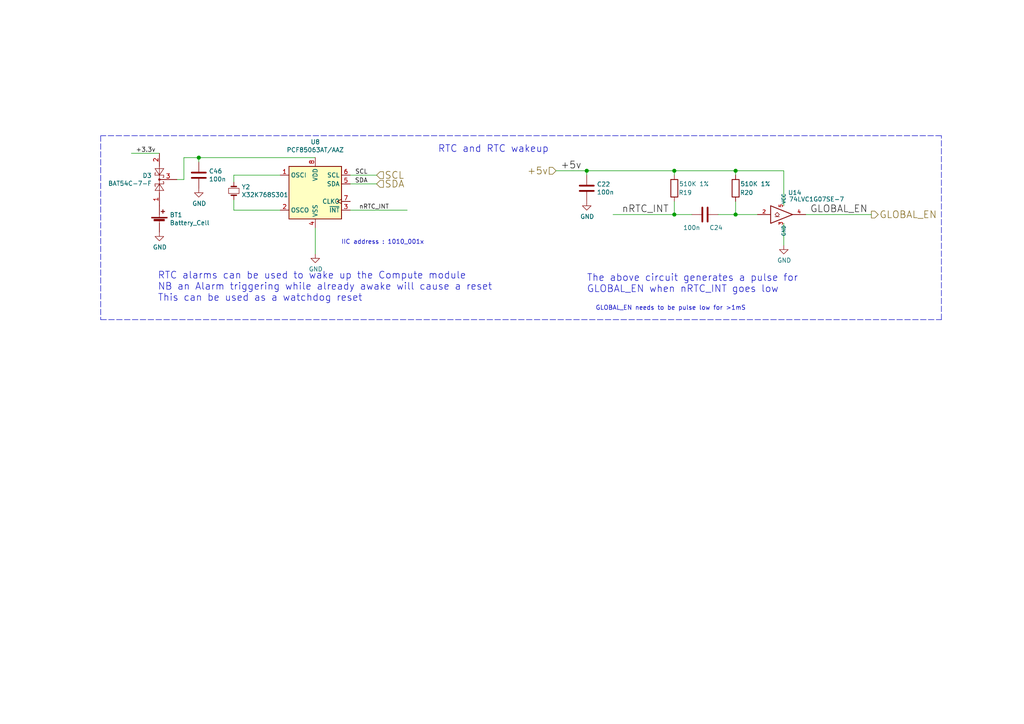
<source format=kicad_sch>
(kicad_sch (version 20211123) (generator eeschema)

  (uuid 92d938cc-f8b1-437d-8914-3d97a0938f67)

  (paper "A4")

  (title_block
    (title "Compute Module 4 IO Board - RTC - FAN")
    (rev "1")
    (company "© 2020-2022 Raspberry Pi Ltd (formerly Raspberry Pi (Trading) Ltd.)")
    (comment 1 "www.raspberrypi.com")
  )

  (lib_symbols
    (symbol "CM4IO:74LVC1G07_copy" (in_bom yes) (on_board yes)
      (property "Reference" "U" (id 0) (at -2.54 3.81 0)
        (effects (font (size 1.27 1.27)))
      )
      (property "Value" "74LVC1G07_copy" (id 1) (at 0 -3.81 0)
        (effects (font (size 1.27 1.27)))
      )
      (property "Footprint" "Package_TO_SOT_SMD:SOT-353_SC-70-5" (id 2) (at 0 0 0)
        (effects (font (size 1.27 1.27)) hide)
      )
      (property "Datasheet" "http://www.ti.com/lit/sg/scyt129e/scyt129e.pdf" (id 3) (at 0 0 0)
        (effects (font (size 1.27 1.27)) hide)
      )
      (property "ki_keywords" "Single Gate Buff LVC CMOS Open Drain" (id 4) (at 0 0 0)
        (effects (font (size 1.27 1.27)) hide)
      )
      (property "ki_description" "Single Buffer Gate w/ Open Drain, Low-Voltage CMOS" (id 5) (at 0 0 0)
        (effects (font (size 1.27 1.27)) hide)
      )
      (property "ki_fp_filters" "SOT* SG-*" (id 6) (at 0 0 0)
        (effects (font (size 1.27 1.27)) hide)
      )
      (symbol "74LVC1G07_copy_0_1"
        (polyline
          (pts
            (xy -2.54 -0.635)
            (xy -1.27 -0.635)
          )
          (stroke (width 0) (type default) (color 0 0 0 0))
          (fill (type none))
        )
        (polyline
          (pts
            (xy -3.81 2.54)
            (xy -3.81 -2.54)
            (xy 2.54 0)
            (xy -3.81 2.54)
          )
          (stroke (width 0.254) (type default) (color 0 0 0 0))
          (fill (type none))
        )
        (polyline
          (pts
            (xy -1.905 0.635)
            (xy -2.54 0)
            (xy -1.905 -0.635)
            (xy -1.27 0)
            (xy -1.905 0.635)
          )
          (stroke (width 0) (type default) (color 0 0 0 0))
          (fill (type none))
        )
      )
      (symbol "74LVC1G07_copy_1_1"
        (pin input line (at -7.62 0 0) (length 3.81)
          (name "~" (effects (font (size 1.016 1.016))))
          (number "2" (effects (font (size 1.016 1.016))))
        )
        (pin power_in line (at 0 -2.54 270) (length 0)
          (name "GND" (effects (font (size 1.016 1.016))))
          (number "3" (effects (font (size 1.016 1.016))))
        )
        (pin open_collector line (at 6.35 0 180) (length 3.81)
          (name "~" (effects (font (size 1.016 1.016))))
          (number "4" (effects (font (size 1.016 1.016))))
        )
        (pin power_in line (at 0 2.54 90) (length 0)
          (name "VCC" (effects (font (size 1.016 1.016))))
          (number "5" (effects (font (size 1.016 1.016))))
        )
      )
    )
    (symbol "Device:Battery_Cell" (pin_numbers hide) (pin_names (offset 0) hide) (in_bom yes) (on_board yes)
      (property "Reference" "BT" (id 0) (at 2.54 2.54 0)
        (effects (font (size 1.27 1.27)) (justify left))
      )
      (property "Value" "Battery_Cell" (id 1) (at 2.54 0 0)
        (effects (font (size 1.27 1.27)) (justify left))
      )
      (property "Footprint" "" (id 2) (at 0 1.524 90)
        (effects (font (size 1.27 1.27)) hide)
      )
      (property "Datasheet" "~" (id 3) (at 0 1.524 90)
        (effects (font (size 1.27 1.27)) hide)
      )
      (property "ki_keywords" "battery cell" (id 4) (at 0 0 0)
        (effects (font (size 1.27 1.27)) hide)
      )
      (property "ki_description" "Single-cell battery" (id 5) (at 0 0 0)
        (effects (font (size 1.27 1.27)) hide)
      )
      (symbol "Battery_Cell_0_1"
        (rectangle (start -2.286 1.778) (end 2.286 1.524)
          (stroke (width 0) (type default) (color 0 0 0 0))
          (fill (type outline))
        )
        (rectangle (start -1.5748 1.1938) (end 1.4732 0.6858)
          (stroke (width 0) (type default) (color 0 0 0 0))
          (fill (type outline))
        )
        (polyline
          (pts
            (xy 0 0.762)
            (xy 0 0)
          )
          (stroke (width 0) (type default) (color 0 0 0 0))
          (fill (type none))
        )
        (polyline
          (pts
            (xy 0 1.778)
            (xy 0 2.54)
          )
          (stroke (width 0) (type default) (color 0 0 0 0))
          (fill (type none))
        )
        (polyline
          (pts
            (xy 0.508 3.429)
            (xy 1.524 3.429)
          )
          (stroke (width 0.254) (type default) (color 0 0 0 0))
          (fill (type none))
        )
        (polyline
          (pts
            (xy 1.016 3.937)
            (xy 1.016 2.921)
          )
          (stroke (width 0.254) (type default) (color 0 0 0 0))
          (fill (type none))
        )
      )
      (symbol "Battery_Cell_1_1"
        (pin passive line (at 0 5.08 270) (length 2.54)
          (name "+" (effects (font (size 1.27 1.27))))
          (number "1" (effects (font (size 1.27 1.27))))
        )
        (pin passive line (at 0 -2.54 90) (length 2.54)
          (name "-" (effects (font (size 1.27 1.27))))
          (number "2" (effects (font (size 1.27 1.27))))
        )
      )
    )
    (symbol "Device:C" (pin_numbers hide) (pin_names (offset 0.254)) (in_bom yes) (on_board yes)
      (property "Reference" "C" (id 0) (at 0.635 2.54 0)
        (effects (font (size 1.27 1.27)) (justify left))
      )
      (property "Value" "C" (id 1) (at 0.635 -2.54 0)
        (effects (font (size 1.27 1.27)) (justify left))
      )
      (property "Footprint" "" (id 2) (at 0.9652 -3.81 0)
        (effects (font (size 1.27 1.27)) hide)
      )
      (property "Datasheet" "~" (id 3) (at 0 0 0)
        (effects (font (size 1.27 1.27)) hide)
      )
      (property "ki_keywords" "cap capacitor" (id 4) (at 0 0 0)
        (effects (font (size 1.27 1.27)) hide)
      )
      (property "ki_description" "Unpolarized capacitor" (id 5) (at 0 0 0)
        (effects (font (size 1.27 1.27)) hide)
      )
      (property "ki_fp_filters" "C_*" (id 6) (at 0 0 0)
        (effects (font (size 1.27 1.27)) hide)
      )
      (symbol "C_0_1"
        (polyline
          (pts
            (xy -2.032 -0.762)
            (xy 2.032 -0.762)
          )
          (stroke (width 0.508) (type default) (color 0 0 0 0))
          (fill (type none))
        )
        (polyline
          (pts
            (xy -2.032 0.762)
            (xy 2.032 0.762)
          )
          (stroke (width 0.508) (type default) (color 0 0 0 0))
          (fill (type none))
        )
      )
      (symbol "C_1_1"
        (pin passive line (at 0 3.81 270) (length 2.794)
          (name "~" (effects (font (size 1.27 1.27))))
          (number "1" (effects (font (size 1.27 1.27))))
        )
        (pin passive line (at 0 -3.81 90) (length 2.794)
          (name "~" (effects (font (size 1.27 1.27))))
          (number "2" (effects (font (size 1.27 1.27))))
        )
      )
    )
    (symbol "Device:Crystal_Small" (pin_numbers hide) (pin_names hide) (in_bom yes) (on_board yes)
      (property "Reference" "Y" (id 0) (at 0 2.54 0)
        (effects (font (size 1.27 1.27)))
      )
      (property "Value" "Crystal_Small" (id 1) (at 0 -2.54 0)
        (effects (font (size 1.27 1.27)))
      )
      (property "Footprint" "" (id 2) (at 0 0 0)
        (effects (font (size 1.27 1.27)) hide)
      )
      (property "Datasheet" "~" (id 3) (at 0 0 0)
        (effects (font (size 1.27 1.27)) hide)
      )
      (property "ki_keywords" "quartz ceramic resonator oscillator" (id 4) (at 0 0 0)
        (effects (font (size 1.27 1.27)) hide)
      )
      (property "ki_description" "Two pin crystal, small symbol" (id 5) (at 0 0 0)
        (effects (font (size 1.27 1.27)) hide)
      )
      (property "ki_fp_filters" "Crystal*" (id 6) (at 0 0 0)
        (effects (font (size 1.27 1.27)) hide)
      )
      (symbol "Crystal_Small_0_1"
        (rectangle (start -0.762 -1.524) (end 0.762 1.524)
          (stroke (width 0) (type default) (color 0 0 0 0))
          (fill (type none))
        )
        (polyline
          (pts
            (xy -1.27 -0.762)
            (xy -1.27 0.762)
          )
          (stroke (width 0.381) (type default) (color 0 0 0 0))
          (fill (type none))
        )
        (polyline
          (pts
            (xy 1.27 -0.762)
            (xy 1.27 0.762)
          )
          (stroke (width 0.381) (type default) (color 0 0 0 0))
          (fill (type none))
        )
      )
      (symbol "Crystal_Small_1_1"
        (pin passive line (at -2.54 0 0) (length 1.27)
          (name "1" (effects (font (size 1.27 1.27))))
          (number "1" (effects (font (size 1.27 1.27))))
        )
        (pin passive line (at 2.54 0 180) (length 1.27)
          (name "2" (effects (font (size 1.27 1.27))))
          (number "2" (effects (font (size 1.27 1.27))))
        )
      )
    )
    (symbol "Device:R" (pin_numbers hide) (pin_names (offset 0)) (in_bom yes) (on_board yes)
      (property "Reference" "R" (id 0) (at 2.032 0 90)
        (effects (font (size 1.27 1.27)))
      )
      (property "Value" "R" (id 1) (at 0 0 90)
        (effects (font (size 1.27 1.27)))
      )
      (property "Footprint" "" (id 2) (at -1.778 0 90)
        (effects (font (size 1.27 1.27)) hide)
      )
      (property "Datasheet" "~" (id 3) (at 0 0 0)
        (effects (font (size 1.27 1.27)) hide)
      )
      (property "ki_keywords" "R res resistor" (id 4) (at 0 0 0)
        (effects (font (size 1.27 1.27)) hide)
      )
      (property "ki_description" "Resistor" (id 5) (at 0 0 0)
        (effects (font (size 1.27 1.27)) hide)
      )
      (property "ki_fp_filters" "R_*" (id 6) (at 0 0 0)
        (effects (font (size 1.27 1.27)) hide)
      )
      (symbol "R_0_1"
        (rectangle (start -1.016 -2.54) (end 1.016 2.54)
          (stroke (width 0.254) (type default) (color 0 0 0 0))
          (fill (type none))
        )
      )
      (symbol "R_1_1"
        (pin passive line (at 0 3.81 270) (length 1.27)
          (name "~" (effects (font (size 1.27 1.27))))
          (number "1" (effects (font (size 1.27 1.27))))
        )
        (pin passive line (at 0 -3.81 90) (length 1.27)
          (name "~" (effects (font (size 1.27 1.27))))
          (number "2" (effects (font (size 1.27 1.27))))
        )
      )
    )
    (symbol "Diode:BAT54C" (in_bom yes) (on_board yes)
      (property "Reference" "D" (id 0) (at 0.635 -3.81 0)
        (effects (font (size 1.27 1.27)) (justify left))
      )
      (property "Value" "BAT54C" (id 1) (at -6.35 3.175 0)
        (effects (font (size 1.27 1.27)) (justify left))
      )
      (property "Footprint" "Package_TO_SOT_SMD:SOT-23" (id 2) (at 1.905 3.175 0)
        (effects (font (size 1.27 1.27)) (justify left) hide)
      )
      (property "Datasheet" "http://www.diodes.com/_files/datasheets/ds11005.pdf" (id 3) (at -2.032 0 0)
        (effects (font (size 1.27 1.27)) hide)
      )
      (property "ki_keywords" "schottky diode common cathode" (id 4) (at 0 0 0)
        (effects (font (size 1.27 1.27)) hide)
      )
      (property "ki_description" "dual schottky barrier diode, common cathode" (id 5) (at 0 0 0)
        (effects (font (size 1.27 1.27)) hide)
      )
      (property "ki_fp_filters" "SOT?23*" (id 6) (at 0 0 0)
        (effects (font (size 1.27 1.27)) hide)
      )
      (symbol "BAT54C_0_1"
        (polyline
          (pts
            (xy -1.905 0)
            (xy 1.905 0)
          )
          (stroke (width 0) (type default) (color 0 0 0 0))
          (fill (type none))
        )
        (polyline
          (pts
            (xy -1.905 1.27)
            (xy -1.905 1.016)
          )
          (stroke (width 0) (type default) (color 0 0 0 0))
          (fill (type none))
        )
        (polyline
          (pts
            (xy -1.27 -1.27)
            (xy -0.635 -1.27)
          )
          (stroke (width 0) (type default) (color 0 0 0 0))
          (fill (type none))
        )
        (polyline
          (pts
            (xy -1.27 0)
            (xy -3.81 0)
          )
          (stroke (width 0) (type default) (color 0 0 0 0))
          (fill (type none))
        )
        (polyline
          (pts
            (xy -1.27 1.27)
            (xy -1.905 1.27)
          )
          (stroke (width 0) (type default) (color 0 0 0 0))
          (fill (type none))
        )
        (polyline
          (pts
            (xy -1.27 1.27)
            (xy -1.27 -1.27)
          )
          (stroke (width 0) (type default) (color 0 0 0 0))
          (fill (type none))
        )
        (polyline
          (pts
            (xy -0.635 -1.27)
            (xy -0.635 -1.016)
          )
          (stroke (width 0) (type default) (color 0 0 0 0))
          (fill (type none))
        )
        (polyline
          (pts
            (xy 0.635 -1.27)
            (xy 0.635 -1.016)
          )
          (stroke (width 0) (type default) (color 0 0 0 0))
          (fill (type none))
        )
        (polyline
          (pts
            (xy 1.27 -1.27)
            (xy 0.635 -1.27)
          )
          (stroke (width 0) (type default) (color 0 0 0 0))
          (fill (type none))
        )
        (polyline
          (pts
            (xy 1.27 1.27)
            (xy 1.27 -1.27)
          )
          (stroke (width 0) (type default) (color 0 0 0 0))
          (fill (type none))
        )
        (polyline
          (pts
            (xy 1.27 1.27)
            (xy 1.905 1.27)
          )
          (stroke (width 0) (type default) (color 0 0 0 0))
          (fill (type none))
        )
        (polyline
          (pts
            (xy 1.905 1.27)
            (xy 1.905 1.016)
          )
          (stroke (width 0) (type default) (color 0 0 0 0))
          (fill (type none))
        )
        (polyline
          (pts
            (xy 3.81 0)
            (xy 1.27 0)
          )
          (stroke (width 0) (type default) (color 0 0 0 0))
          (fill (type none))
        )
        (polyline
          (pts
            (xy -3.175 -1.27)
            (xy -3.175 1.27)
            (xy -1.27 0)
            (xy -3.175 -1.27)
          )
          (stroke (width 0) (type default) (color 0 0 0 0))
          (fill (type none))
        )
        (polyline
          (pts
            (xy 3.175 -1.27)
            (xy 3.175 1.27)
            (xy 1.27 0)
            (xy 3.175 -1.27)
          )
          (stroke (width 0) (type default) (color 0 0 0 0))
          (fill (type none))
        )
        (circle (center 0 0) (radius 0.254)
          (stroke (width 0) (type default) (color 0 0 0 0))
          (fill (type outline))
        )
      )
      (symbol "BAT54C_1_1"
        (pin passive line (at -7.62 0 0) (length 3.81)
          (name "~" (effects (font (size 1.27 1.27))))
          (number "1" (effects (font (size 1.27 1.27))))
        )
        (pin passive line (at 7.62 0 180) (length 3.81)
          (name "~" (effects (font (size 1.27 1.27))))
          (number "2" (effects (font (size 1.27 1.27))))
        )
        (pin passive line (at 0 -5.08 90) (length 5.08)
          (name "~" (effects (font (size 1.27 1.27))))
          (number "3" (effects (font (size 1.27 1.27))))
        )
      )
    )
    (symbol "Timer_RTC:PCF8563T" (in_bom yes) (on_board yes)
      (property "Reference" "U" (id 0) (at -7.62 8.89 0)
        (effects (font (size 1.27 1.27)) (justify left))
      )
      (property "Value" "PCF8563T" (id 1) (at 2.54 8.89 0)
        (effects (font (size 1.27 1.27)) (justify left))
      )
      (property "Footprint" "Package_SO:SOIC-8_3.9x4.9mm_P1.27mm" (id 2) (at 0 0 0)
        (effects (font (size 1.27 1.27)) hide)
      )
      (property "Datasheet" "https://assets.nexperia.com/documents/data-sheet/PCF8563.pdf" (id 3) (at 0 0 0)
        (effects (font (size 1.27 1.27)) hide)
      )
      (property "ki_keywords" "I2C RTC Clock Calendar" (id 4) (at 0 0 0)
        (effects (font (size 1.27 1.27)) hide)
      )
      (property "ki_description" "Realtime Clock/Calendar I2C Interface, SOIC-8" (id 5) (at 0 0 0)
        (effects (font (size 1.27 1.27)) hide)
      )
      (property "ki_fp_filters" "SOIC*3.9x4.9mm*P1.27mm*" (id 6) (at 0 0 0)
        (effects (font (size 1.27 1.27)) hide)
      )
      (symbol "PCF8563T_0_1"
        (rectangle (start -7.62 7.62) (end 7.62 -7.62)
          (stroke (width 0.254) (type default) (color 0 0 0 0))
          (fill (type background))
        )
      )
      (symbol "PCF8563T_1_1"
        (pin input line (at -10.16 5.08 0) (length 2.54)
          (name "OSCI" (effects (font (size 1.27 1.27))))
          (number "1" (effects (font (size 1.27 1.27))))
        )
        (pin output line (at -10.16 -5.08 0) (length 2.54)
          (name "OSCO" (effects (font (size 1.27 1.27))))
          (number "2" (effects (font (size 1.27 1.27))))
        )
        (pin output line (at 10.16 -5.08 180) (length 2.54)
          (name "~{INT}" (effects (font (size 1.27 1.27))))
          (number "3" (effects (font (size 1.27 1.27))))
        )
        (pin power_in line (at 0 -10.16 90) (length 2.54)
          (name "VSS" (effects (font (size 1.27 1.27))))
          (number "4" (effects (font (size 1.27 1.27))))
        )
        (pin bidirectional line (at 10.16 2.54 180) (length 2.54)
          (name "SDA" (effects (font (size 1.27 1.27))))
          (number "5" (effects (font (size 1.27 1.27))))
        )
        (pin input line (at 10.16 5.08 180) (length 2.54)
          (name "SCL" (effects (font (size 1.27 1.27))))
          (number "6" (effects (font (size 1.27 1.27))))
        )
        (pin output clock (at 10.16 -2.54 180) (length 2.54)
          (name "CLKO" (effects (font (size 1.27 1.27))))
          (number "7" (effects (font (size 1.27 1.27))))
        )
        (pin power_in line (at 0 10.16 270) (length 2.54)
          (name "VDD" (effects (font (size 1.27 1.27))))
          (number "8" (effects (font (size 1.27 1.27))))
        )
      )
    )
    (symbol "power:GND" (power) (pin_names (offset 0)) (in_bom yes) (on_board yes)
      (property "Reference" "#PWR" (id 0) (at 0 -6.35 0)
        (effects (font (size 1.27 1.27)) hide)
      )
      (property "Value" "GND" (id 1) (at 0 -3.81 0)
        (effects (font (size 1.27 1.27)))
      )
      (property "Footprint" "" (id 2) (at 0 0 0)
        (effects (font (size 1.27 1.27)) hide)
      )
      (property "Datasheet" "" (id 3) (at 0 0 0)
        (effects (font (size 1.27 1.27)) hide)
      )
      (property "ki_keywords" "power-flag" (id 4) (at 0 0 0)
        (effects (font (size 1.27 1.27)) hide)
      )
      (property "ki_description" "Power symbol creates a global label with name \"GND\" , ground" (id 5) (at 0 0 0)
        (effects (font (size 1.27 1.27)) hide)
      )
      (symbol "GND_0_1"
        (polyline
          (pts
            (xy 0 0)
            (xy 0 -1.27)
            (xy 1.27 -1.27)
            (xy 0 -2.54)
            (xy -1.27 -1.27)
            (xy 0 -1.27)
          )
          (stroke (width 0) (type default) (color 0 0 0 0))
          (fill (type none))
        )
      )
      (symbol "GND_1_1"
        (pin power_in line (at 0 0 270) (length 0) hide
          (name "GND" (effects (font (size 1.27 1.27))))
          (number "1" (effects (font (size 1.27 1.27))))
        )
      )
    )
  )

  (junction (at 170.18 49.53) (diameter 1.016) (color 0 0 0 0)
    (uuid 19264aae-fe9e-4afc-84ac-56ec33a3b20d)
  )
  (junction (at 213.36 62.23) (diameter 1.016) (color 0 0 0 0)
    (uuid 1a734ace-0cd0-489a-9380-915322ff12bd)
  )
  (junction (at 195.58 62.23) (diameter 1.016) (color 0 0 0 0)
    (uuid 4d6dfe4f-0070-449e-bb5c-a3b1d4b26ba7)
  )
  (junction (at 195.58 49.53) (diameter 1.016) (color 0 0 0 0)
    (uuid 7e232027-e1fd-4d55-a751-dd67130d7d22)
  )
  (junction (at 213.36 49.53) (diameter 1.016) (color 0 0 0 0)
    (uuid c11e04e4-f63f-46b9-9a9c-9c7df49e614a)
  )
  (junction (at 57.658 45.72) (diameter 1.016) (color 0 0 0 0)
    (uuid e463ba2a-1cbc-4995-82d8-59710b3fcd2f)
  )

  (wire (pts (xy 213.36 62.23) (xy 213.36 58.42))
    (stroke (width 0) (type solid) (color 0 0 0 0))
    (uuid 02b1295e-cf95-47ff-9c57-f8ada28f2e94)
  )
  (wire (pts (xy 67.818 50.8) (xy 81.28 50.8))
    (stroke (width 0) (type solid) (color 0 0 0 0))
    (uuid 08ac4c42-16f0-4513-b91e-bf0b3a111257)
  )
  (wire (pts (xy 57.658 45.72) (xy 91.44 45.72))
    (stroke (width 0) (type solid) (color 0 0 0 0))
    (uuid 09ab0b5c-3dee-42c8-b9e5-de0673874ccd)
  )
  (wire (pts (xy 91.44 66.04) (xy 91.44 73.66))
    (stroke (width 0) (type solid) (color 0 0 0 0))
    (uuid 133d5403-9be3-4603-824b-d3b76147e745)
  )
  (wire (pts (xy 195.58 49.53) (xy 195.58 50.8))
    (stroke (width 0) (type solid) (color 0 0 0 0))
    (uuid 25247d0c-5910-484b-9651-5750d422a450)
  )
  (wire (pts (xy 53.34 45.72) (xy 57.658 45.72))
    (stroke (width 0) (type solid) (color 0 0 0 0))
    (uuid 2b7c4f37-42c0-4571-a44b-b808484d3d74)
  )
  (wire (pts (xy 57.658 45.72) (xy 57.658 47.0154))
    (stroke (width 0) (type solid) (color 0 0 0 0))
    (uuid 35431843-170f-401f-88d7-da91172bed86)
  )
  (wire (pts (xy 195.58 62.23) (xy 200.66 62.23))
    (stroke (width 0) (type solid) (color 0 0 0 0))
    (uuid 4aee84d1-0859-48ac-a053-5a981ee1b24a)
  )
  (wire (pts (xy 51.308 52.07) (xy 53.34 52.07))
    (stroke (width 0) (type solid) (color 0 0 0 0))
    (uuid 4c717b47-484c-4d70-8fcd-83c406ff2d17)
  )
  (polyline (pts (xy 29.21 39.37) (xy 29.21 92.71))
    (stroke (width 0) (type dash) (color 0 0 0 0))
    (uuid 4d55ddc7-73be-49f7-98ea-a0ba474cbdb0)
  )

  (wire (pts (xy 67.818 60.96) (xy 67.818 57.912))
    (stroke (width 0) (type solid) (color 0 0 0 0))
    (uuid 4fc3183f-297c-42b7-b3bd-25a9ea18c844)
  )
  (wire (pts (xy 195.58 62.23) (xy 195.58 58.42))
    (stroke (width 0) (type solid) (color 0 0 0 0))
    (uuid 5fc4054a-b929-433e-a947-747fb7ed003d)
  )
  (wire (pts (xy 213.36 49.53) (xy 227.33 49.53))
    (stroke (width 0) (type solid) (color 0 0 0 0))
    (uuid 617edc57-1dbf-4296-b365-6d76f68a1c0f)
  )
  (wire (pts (xy 227.33 49.53) (xy 227.33 59.69))
    (stroke (width 0) (type solid) (color 0 0 0 0))
    (uuid 62a1b97d-067d-487c-835b-0166330d25fe)
  )
  (wire (pts (xy 213.36 62.23) (xy 219.71 62.23))
    (stroke (width 0) (type solid) (color 0 0 0 0))
    (uuid 69f75991-c8c0-49a9-aed8-daa6ca9a5d73)
  )
  (wire (pts (xy 161.29 49.53) (xy 170.18 49.53))
    (stroke (width 0) (type solid) (color 0 0 0 0))
    (uuid 6ae901e7-3f37-4fdc-9fbb-f82666744826)
  )
  (wire (pts (xy 109.22 50.8) (xy 101.6 50.8))
    (stroke (width 0) (type solid) (color 0 0 0 0))
    (uuid 6f78c1fb-f693-4737-b750-74e50c35a564)
  )
  (wire (pts (xy 53.34 52.07) (xy 53.34 45.72))
    (stroke (width 0) (type solid) (color 0 0 0 0))
    (uuid 6fddc16f-ccc1-4ade-884c-d6efda461da8)
  )
  (wire (pts (xy 208.28 62.23) (xy 213.36 62.23))
    (stroke (width 0) (type solid) (color 0 0 0 0))
    (uuid 811f5389-c208-4640-ab1a-b454491bb330)
  )
  (wire (pts (xy 38.1 44.45) (xy 46.228 44.45))
    (stroke (width 0) (type solid) (color 0 0 0 0))
    (uuid 85d211d4-76e7-4e49-a9c8-2e1cc8ab5805)
  )
  (wire (pts (xy 177.8 62.23) (xy 195.58 62.23))
    (stroke (width 0) (type solid) (color 0 0 0 0))
    (uuid 92ec60c8-e914-4456-8d37-4b88fc0eb9c6)
  )
  (wire (pts (xy 81.28 60.96) (xy 67.818 60.96))
    (stroke (width 0) (type solid) (color 0 0 0 0))
    (uuid 9b315454-a4a0-4952-bdbe-d4a8e96c16f9)
  )
  (wire (pts (xy 233.68 62.23) (xy 252.73 62.23))
    (stroke (width 0) (type solid) (color 0 0 0 0))
    (uuid ae293969-fa6d-4cb1-9969-16f8784d07e3)
  )
  (wire (pts (xy 195.58 49.53) (xy 213.36 49.53))
    (stroke (width 0) (type solid) (color 0 0 0 0))
    (uuid b6f041a4-3ea0-418b-94a2-50c938beafa2)
  )
  (wire (pts (xy 170.18 49.53) (xy 195.58 49.53))
    (stroke (width 0) (type solid) (color 0 0 0 0))
    (uuid b7ed4c31-5417-4fb5-9261-7dca42c1c776)
  )
  (wire (pts (xy 170.18 50.8) (xy 170.18 49.53))
    (stroke (width 0) (type solid) (color 0 0 0 0))
    (uuid bb5e8a0f-2ed5-4c2a-91b7-cb63c4c66e15)
  )
  (wire (pts (xy 227.33 64.77) (xy 227.33 71.12))
    (stroke (width 0) (type solid) (color 0 0 0 0))
    (uuid bb673c7a-d2b0-45b0-bfe2-0b113c092a77)
  )
  (wire (pts (xy 109.22 53.34) (xy 101.6 53.34))
    (stroke (width 0) (type solid) (color 0 0 0 0))
    (uuid bbb99edd-f016-43ea-b1c7-0bcdd1915ee8)
  )
  (wire (pts (xy 213.36 49.53) (xy 213.36 50.8))
    (stroke (width 0) (type solid) (color 0 0 0 0))
    (uuid d4876469-b949-49ce-b8fe-43cb458692a4)
  )
  (polyline (pts (xy 29.21 92.71) (xy 273.05 92.71))
    (stroke (width 0) (type dash) (color 0 0 0 0))
    (uuid d9ad01c4-9416-4b1f-8447-afc1d446fa8a)
  )

  (wire (pts (xy 101.6 60.96) (xy 118.11 60.96))
    (stroke (width 0) (type solid) (color 0 0 0 0))
    (uuid de5c2064-b9e1-4057-a8cc-9308019ef4d3)
  )
  (wire (pts (xy 67.818 50.8) (xy 67.818 52.832))
    (stroke (width 0) (type solid) (color 0 0 0 0))
    (uuid e0781b80-6f1b-4d08-b53f-b7d3f582e2ea)
  )
  (polyline (pts (xy 273.05 92.71) (xy 273.05 39.37))
    (stroke (width 0) (type dash) (color 0 0 0 0))
    (uuid f205e125-3760-485b-b76a-dc2502dc5679)
  )
  (polyline (pts (xy 273.05 39.37) (xy 29.21 39.37))
    (stroke (width 0) (type dash) (color 0 0 0 0))
    (uuid f60d71f9-9a8e-4a62-960d-f7b9664aea76)
  )

  (text "RTC alarms can be used to wake up the Compute module\nNB an Alarm triggering while already awake will cause a reset \nThis can be used as a watchdog reset "
    (at 45.72 87.63 0)
    (effects (font (size 2.0066 2.0066)) (justify left bottom))
    (uuid 245a6fb4-6361-4438-82ca-8861d43ca7f5)
  )
  (text "RTC and RTC wakeup" (at 127 44.45 0)
    (effects (font (size 2.0066 2.0066)) (justify left bottom))
    (uuid 296ded40-ed53-4798-8db4-dad7b794226b)
  )
  (text "IIC address : 1010_001x" (at 98.9838 71.0438 0)
    (effects (font (size 1.27 1.27)) (justify left bottom))
    (uuid 49b38f13-9789-4c6d-bbd5-2c69a9e19e69)
  )
  (text "GLOBAL_EN needs to be pulse low for >1mS" (at 172.72 90.17 0)
    (effects (font (size 1.27 1.27)) (justify left bottom))
    (uuid 61fae217-e18a-4e68-8630-42cc06a8ba2f)
  )
  (text "The above circuit generates a pulse for\nGLOBAL_EN when nRTC_INT goes low"
    (at 170.18 85.09 0)
    (effects (font (size 2.0066 2.0066)) (justify left bottom))
    (uuid cce1404b-fc30-47cc-b852-e0061990f2bb)
  )

  (label "+5v" (at 162.56 49.53 0)
    (effects (font (size 2.0066 2.0066)) (justify left bottom))
    (uuid 15e1670d-9e79-4a5e-88ad-fbbb238a3e8a)
  )
  (label "SDA" (at 106.68 53.34 180)
    (effects (font (size 1.27 1.27)) (justify right bottom))
    (uuid 45676199-bb82-4d58-98c1-b606deb355be)
  )
  (label "SCL" (at 106.68 50.8 180)
    (effects (font (size 1.27 1.27)) (justify right bottom))
    (uuid 55ac7ee1-f461-406b-8cf5-da47a7717180)
  )
  (label "GLOBAL_EN" (at 234.95 62.23 0)
    (effects (font (size 2.0066 2.0066)) (justify left bottom))
    (uuid 76862e4a-1816-475c-9943-666036c637f7)
  )
  (label "nRTC_INT" (at 104.14 60.96 0)
    (effects (font (size 1.27 1.27)) (justify left bottom))
    (uuid 7c3df708-fb44-40cc-b435-cd67e8cec48a)
  )
  (label "nRTC_INT" (at 180.34 62.23 0)
    (effects (font (size 2.0066 2.0066)) (justify left bottom))
    (uuid ad09de7f-a090-4e65-951a-7cf11f73b06d)
  )
  (label "+3.3v" (at 39.37 44.45 0)
    (effects (font (size 1.27 1.27)) (justify left bottom))
    (uuid f364b99f-4502-4cba-a96d-4ed35ad108b5)
  )

  (hierarchical_label "+5v" (shape input) (at 161.29 49.53 180)
    (effects (font (size 2.0066 2.0066)) (justify right))
    (uuid 567a04d6-5dce-4e5f-9e8e-f34010ecea5b)
  )
  (hierarchical_label "SCL" (shape input) (at 109.22 50.8 0)
    (effects (font (size 2.0066 2.0066)) (justify left))
    (uuid ec13b96e-bc69-4de2-80ef-a515cc44afb5)
  )
  (hierarchical_label "SDA" (shape input) (at 109.22 53.34 0)
    (effects (font (size 2.0066 2.0066)) (justify left))
    (uuid f11a78b7-152e-46cf-81d1-bc8194db05a9)
  )
  (hierarchical_label "GLOBAL_EN" (shape output) (at 252.73 62.23 0)
    (effects (font (size 2.0066 2.0066)) (justify left))
    (uuid f413d088-6fb9-4a8a-88fd-666ff68b7fdf)
  )

  (symbol (lib_id "power:GND") (at 91.44 73.66 0) (unit 1)
    (in_bom yes) (on_board yes)
    (uuid 00000000-0000-0000-0000-00005d30bf83)
    (property "Reference" "#PWR028" (id 0) (at 91.44 80.01 0)
      (effects (font (size 1.27 1.27)) hide)
    )
    (property "Value" "GND" (id 1) (at 91.567 78.0542 0))
    (property "Footprint" "" (id 2) (at 91.44 73.66 0)
      (effects (font (size 1.27 1.27)) hide)
    )
    (property "Datasheet" "" (id 3) (at 91.44 73.66 0)
      (effects (font (size 1.27 1.27)) hide)
    )
    (pin "1" (uuid 669e2f76-dce7-4b88-b383-d3587e6cc0cc))
  )

  (symbol (lib_id "Device:Battery_Cell") (at 46.228 64.77 0) (unit 1)
    (in_bom yes) (on_board yes)
    (uuid 00000000-0000-0000-0000-00005d313a99)
    (property "Reference" "BT1" (id 0) (at 49.2252 62.3316 0)
      (effects (font (size 1.27 1.27)) (justify left))
    )
    (property "Value" "Battery_Cell" (id 1) (at 49.2252 64.643 0)
      (effects (font (size 1.27 1.27)) (justify left))
    )
    (property "Footprint" "Battery:BatteryHolder_Keystone_3034_1x20mm" (id 2) (at 46.228 63.246 90)
      (effects (font (size 1.27 1.27)) hide)
    )
    (property "Datasheet" "https://www.keyelco.com/userAssets/file/M65p9.pdf" (id 3) (at 46.228 63.246 90)
      (effects (font (size 1.27 1.27)) hide)
    )
    (property "Field4" "Digikey" (id 4) (at 46.228 64.77 0)
      (effects (font (size 1.27 1.27)) hide)
    )
    (property "Field5" "36-3034-ND" (id 5) (at 46.228 64.77 0)
      (effects (font (size 1.27 1.27)) hide)
    )
    (property "Field6" "3034" (id 6) (at 46.228 64.77 0)
      (effects (font (size 1.27 1.27)) hide)
    )
    (property "Field7" "Keystone" (id 7) (at 46.228 64.77 0)
      (effects (font (size 1.27 1.27)) hide)
    )
    (property "Part Description" "	Battery Retainer Coin, 20.0mm 1 Cell SMD (SMT) Tab" (id 8) (at 46.228 64.77 0)
      (effects (font (size 1.27 1.27)) hide)
    )
    (pin "1" (uuid f9e60890-c09c-4221-9409-43a2ec4885e8))
    (pin "2" (uuid 42b7a68a-3837-4773-af68-a35059da48c3))
  )

  (symbol (lib_id "power:GND") (at 46.228 67.31 0) (unit 1)
    (in_bom yes) (on_board yes)
    (uuid 00000000-0000-0000-0000-00005d313aa3)
    (property "Reference" "#PWR030" (id 0) (at 46.228 73.66 0)
      (effects (font (size 1.27 1.27)) hide)
    )
    (property "Value" "GND" (id 1) (at 46.355 71.7042 0))
    (property "Footprint" "" (id 2) (at 46.228 67.31 0)
      (effects (font (size 1.27 1.27)) hide)
    )
    (property "Datasheet" "" (id 3) (at 46.228 67.31 0)
      (effects (font (size 1.27 1.27)) hide)
    )
    (pin "1" (uuid 6428332e-b689-4aa8-86bb-3bee31b6f177))
  )

  (symbol (lib_id "CM4IO:74LVC1G07_copy") (at 227.33 62.23 0) (unit 1)
    (in_bom yes) (on_board yes)
    (uuid 00000000-0000-0000-0000-00005e366722)
    (property "Reference" "U14" (id 0) (at 230.505 55.88 0))
    (property "Value" "74LVC1G07SE-7" (id 1) (at 236.855 57.785 0))
    (property "Footprint" "Package_TO_SOT_SMD:SOT-353_SC-70-5" (id 2) (at 227.33 62.23 0)
      (effects (font (size 1.27 1.27)) hide)
    )
    (property "Datasheet" "https://www.diodes.com/assets/Datasheets/74LVC1G07.pdf" (id 3) (at 227.33 62.23 0)
      (effects (font (size 1.27 1.27)) hide)
    )
    (property "Field4" "Farnell" (id 4) (at 227.33 62.23 0)
      (effects (font (size 1.27 1.27)) hide)
    )
    (property "Field5" "2425492" (id 5) (at 227.33 62.23 0)
      (effects (font (size 1.27 1.27)) hide)
    )
    (property "Field6" "74LVC1G07SE-7" (id 6) (at 227.33 62.23 0)
      (effects (font (size 1.27 1.27)) hide)
    )
    (property "Field7" "Diodes" (id 7) (at 227.33 62.23 0)
      (effects (font (size 1.27 1.27)) hide)
    )
    (property "Part Description" "Buffer, Non-Inverting 1 Element 1 Bit per Element Open Drain Output SOT-353" (id 8) (at 227.33 62.23 0)
      (effects (font (size 1.27 1.27)) hide)
    )
    (pin "2" (uuid afc1392c-4488-4251-8167-de520abba754))
    (pin "3" (uuid 248d15cd-dd0c-425d-94cb-b44ccf865457))
    (pin "4" (uuid 42688fc6-3e24-4a56-9963-828da46dcdfb))
    (pin "5" (uuid c546008e-7661-419e-94b3-0bbb9fd14ec8))
  )

  (symbol (lib_id "Device:R") (at 195.58 54.61 180) (unit 1)
    (in_bom yes) (on_board yes)
    (uuid 00000000-0000-0000-0000-00005e37126a)
    (property "Reference" "R19" (id 0) (at 198.755 55.88 0))
    (property "Value" "510K 1%" (id 1) (at 201.295 53.34 0))
    (property "Footprint" "Resistor_SMD:R_0402_1005Metric" (id 2) (at 197.358 54.61 90)
      (effects (font (size 1.27 1.27)) hide)
    )
    (property "Datasheet" "https://fscdn.rohm.com/en/products/databook/datasheet/passive/resistor/chip_resistor/mcr-e.pdf" (id 3) (at 195.58 54.61 0)
      (effects (font (size 1.27 1.27)) hide)
    )
    (property "Field4" "Farnell" (id 4) (at 195.58 54.61 0)
      (effects (font (size 1.27 1.27)) hide)
    )
    (property "Field5" "1458807" (id 5) (at 195.58 54.61 0)
      (effects (font (size 1.27 1.27)) hide)
    )
    (property "Field7" "Rohm" (id 6) (at 195.58 54.61 0)
      (effects (font (size 1.27 1.27)) hide)
    )
    (property "Field6" "MCR01MZPF5103" (id 7) (at 195.58 54.61 0)
      (effects (font (size 1.27 1.27)) hide)
    )
    (property "Part Description" "Resistor 510K M1005 1% 63mW" (id 8) (at 195.58 54.61 0)
      (effects (font (size 1.27 1.27)) hide)
    )
    (pin "1" (uuid 172b515f-13aa-42a2-b6ac-db67c2e524e7))
    (pin "2" (uuid a5c35670-98af-44c6-a3f4-bbad7ffecfd3))
  )

  (symbol (lib_id "Device:R") (at 213.36 54.61 180) (unit 1)
    (in_bom yes) (on_board yes)
    (uuid 00000000-0000-0000-0000-00005e37178d)
    (property "Reference" "R20" (id 0) (at 216.535 55.88 0))
    (property "Value" "510K 1%" (id 1) (at 219.075 53.34 0))
    (property "Footprint" "Resistor_SMD:R_0402_1005Metric" (id 2) (at 215.138 54.61 90)
      (effects (font (size 1.27 1.27)) hide)
    )
    (property "Datasheet" "https://fscdn.rohm.com/en/products/databook/datasheet/passive/resistor/chip_resistor/mcr-e.pdf" (id 3) (at 213.36 54.61 0)
      (effects (font (size 1.27 1.27)) hide)
    )
    (property "Field4" "Farnell" (id 4) (at 213.36 54.61 0)
      (effects (font (size 1.27 1.27)) hide)
    )
    (property "Field5" "1458807" (id 5) (at 213.36 54.61 0)
      (effects (font (size 1.27 1.27)) hide)
    )
    (property "Field7" "Rohm" (id 6) (at 213.36 54.61 0)
      (effects (font (size 1.27 1.27)) hide)
    )
    (property "Field6" "MCR01MZPF5103" (id 7) (at 213.36 54.61 0)
      (effects (font (size 1.27 1.27)) hide)
    )
    (property "Part Description" "Resistor 510K M1005 1% 63mW" (id 8) (at 213.36 54.61 0)
      (effects (font (size 1.27 1.27)) hide)
    )
    (pin "1" (uuid 67320774-1745-4c89-bec7-2213f7bb7ecc))
    (pin "2" (uuid cab0d0a9-e089-4f0b-8483-22b4e0addcae))
  )

  (symbol (lib_id "Device:C") (at 170.18 54.61 0) (unit 1)
    (in_bom yes) (on_board yes)
    (uuid 00000000-0000-0000-0000-00005e37f6d4)
    (property "Reference" "C22" (id 0) (at 173.101 53.4416 0)
      (effects (font (size 1.27 1.27)) (justify left))
    )
    (property "Value" "100n" (id 1) (at 173.101 55.753 0)
      (effects (font (size 1.27 1.27)) (justify left))
    )
    (property "Footprint" "Capacitor_SMD:C_0402_1005Metric" (id 2) (at 171.1452 58.42 0)
      (effects (font (size 1.27 1.27)) hide)
    )
    (property "Datasheet" "https://search.murata.co.jp/Ceramy/image/img/A01X/G101/ENG/GRM155R71C104KA88-01.pdf" (id 3) (at 170.18 54.61 0)
      (effects (font (size 1.27 1.27)) hide)
    )
    (property "Field4" "Farnell" (id 4) (at 170.18 54.61 0)
      (effects (font (size 1.27 1.27)) hide)
    )
    (property "Field5" "2611911" (id 5) (at 170.18 54.61 0)
      (effects (font (size 1.27 1.27)) hide)
    )
    (property "Field6" "RM EMK105 B7104KV-F" (id 6) (at 170.18 54.61 0)
      (effects (font (size 1.27 1.27)) hide)
    )
    (property "Field7" "TAIYO YUDEN EUROPE GMBH" (id 7) (at 170.18 54.61 0)
      (effects (font (size 1.27 1.27)) hide)
    )
    (property "Part Description" "	0.1uF 10% 16V Ceramic Capacitor X7R 0402 (1005 Metric)" (id 8) (at 170.18 54.61 0)
      (effects (font (size 1.27 1.27)) hide)
    )
    (property "Field8" "110091611" (id 9) (at 170.18 54.61 0)
      (effects (font (size 1.27 1.27)) hide)
    )
    (pin "1" (uuid ffde4898-4c0e-4c24-bd8c-aadcd7279172))
    (pin "2" (uuid 5aa0e472-160b-49ac-864f-0fa7cd9cf9b0))
  )

  (symbol (lib_id "Device:C") (at 204.47 62.23 270) (unit 1)
    (in_bom yes) (on_board yes)
    (uuid 00000000-0000-0000-0000-00005e37f943)
    (property "Reference" "C24" (id 0) (at 205.74 66.04 90)
      (effects (font (size 1.27 1.27)) (justify left))
    )
    (property "Value" "100n" (id 1) (at 198.12 66.04 90)
      (effects (font (size 1.27 1.27)) (justify left))
    )
    (property "Footprint" "Capacitor_SMD:C_0402_1005Metric" (id 2) (at 200.66 63.1952 0)
      (effects (font (size 1.27 1.27)) hide)
    )
    (property "Datasheet" "https://search.murata.co.jp/Ceramy/image/img/A01X/G101/ENG/GRM155R71C104KA88-01.pdf" (id 3) (at 204.47 62.23 0)
      (effects (font (size 1.27 1.27)) hide)
    )
    (property "Field4" "Farnell" (id 4) (at 204.47 62.23 0)
      (effects (font (size 1.27 1.27)) hide)
    )
    (property "Field5" "2611911" (id 5) (at 204.47 62.23 0)
      (effects (font (size 1.27 1.27)) hide)
    )
    (property "Field6" "RM EMK105 B7104KV-F" (id 6) (at 204.47 62.23 0)
      (effects (font (size 1.27 1.27)) hide)
    )
    (property "Field7" "TAIYO YUDEN EUROPE GMBH" (id 7) (at 204.47 62.23 0)
      (effects (font (size 1.27 1.27)) hide)
    )
    (property "Part Description" "	0.1uF 10% 16V Ceramic Capacitor X7R 0402 (1005 Metric)" (id 8) (at 204.47 62.23 0)
      (effects (font (size 1.27 1.27)) hide)
    )
    (property "Field8" "110091611" (id 9) (at 204.47 62.23 0)
      (effects (font (size 1.27 1.27)) hide)
    )
    (pin "1" (uuid a26bc030-7d8a-4b19-aa84-9206cc0de2b0))
    (pin "2" (uuid d66c8b0e-b6b3-43ea-8c6d-9724edcc57d6))
  )

  (symbol (lib_id "power:GND") (at 227.33 71.12 0) (unit 1)
    (in_bom yes) (on_board yes)
    (uuid 00000000-0000-0000-0000-00005e382746)
    (property "Reference" "#PWR034" (id 0) (at 227.33 77.47 0)
      (effects (font (size 1.27 1.27)) hide)
    )
    (property "Value" "GND" (id 1) (at 227.457 75.5142 0))
    (property "Footprint" "" (id 2) (at 227.33 71.12 0)
      (effects (font (size 1.27 1.27)) hide)
    )
    (property "Datasheet" "" (id 3) (at 227.33 71.12 0)
      (effects (font (size 1.27 1.27)) hide)
    )
    (pin "1" (uuid b79d8d99-88b5-4d84-a010-b6d768d67ec8))
  )

  (symbol (lib_id "power:GND") (at 170.18 58.42 0) (unit 1)
    (in_bom yes) (on_board yes)
    (uuid 00000000-0000-0000-0000-00005e3893ce)
    (property "Reference" "#PWR031" (id 0) (at 170.18 64.77 0)
      (effects (font (size 1.27 1.27)) hide)
    )
    (property "Value" "GND" (id 1) (at 170.307 62.8142 0))
    (property "Footprint" "" (id 2) (at 170.18 58.42 0)
      (effects (font (size 1.27 1.27)) hide)
    )
    (property "Datasheet" "" (id 3) (at 170.18 58.42 0)
      (effects (font (size 1.27 1.27)) hide)
    )
    (pin "1" (uuid f630bdcd-b048-45d2-91a0-928349b89dad))
  )

  (symbol (lib_id "Timer_RTC:PCF8563T") (at 91.44 55.88 0) (unit 1)
    (in_bom yes) (on_board yes)
    (uuid 00000000-0000-0000-0000-00005e8dc781)
    (property "Reference" "U8" (id 0) (at 91.44 41.1734 0))
    (property "Value" "PCF85063AT/AAZ" (id 1) (at 91.44 43.4848 0))
    (property "Footprint" "Package_SO:SOIC-8_3.9x4.9mm_P1.27mm" (id 2) (at 91.44 55.88 0)
      (effects (font (size 1.27 1.27)) hide)
    )
    (property "Datasheet" "https://www.nxp.com/docs/en/data-sheet/PCF85063A.pdf" (id 3) (at 91.44 55.88 0)
      (effects (font (size 1.27 1.27)) hide)
    )
    (property "Field4" "Farnell" (id 4) (at 91.44 55.88 0)
      (effects (font (size 1.27 1.27)) hide)
    )
    (property "Field5" "2890042" (id 5) (at 91.44 55.88 0)
      (effects (font (size 1.27 1.27)) hide)
    )
    (property "Field7" "NXP" (id 6) (at 91.44 55.88 0)
      (effects (font (size 1.27 1.27)) hide)
    )
    (property "Field6" "PCF85063AT/AAZ" (id 7) (at 91.44 55.88 0)
      (effects (font (size 1.27 1.27)) hide)
    )
    (property "Part Description" "Real Time Clock (RTC) IC Clock/Calendar I²C, 2-Wire Serial 8-SOIC (0.154\", 3.90mm Width)" (id 8) (at 91.44 55.88 0)
      (effects (font (size 1.27 1.27)) hide)
    )
    (pin "1" (uuid 43f4cf53-1dc5-4426-bbd2-fabe9c3d45ec))
    (pin "2" (uuid 6ceb10bf-4340-4309-8250-882c2b60a70e))
    (pin "3" (uuid 946a171e-cd55-473d-bab9-8d2c7c34161c))
    (pin "4" (uuid 00e39da0-4b3e-4884-a91e-86d729914953))
    (pin "5" (uuid 25ca9482-069d-43de-b77e-6f2ad77fa017))
    (pin "6" (uuid 18b6dcb6-5ab3-481b-b998-33e8cf6d281f))
    (pin "7" (uuid fa16f237-4e21-4b18-8c54-f7de4e62bbb6))
    (pin "8" (uuid 7be13a36-eb8e-440f-aaac-2fd6665d9f61))
  )

  (symbol (lib_id "Device:Crystal_Small") (at 67.818 55.372 90) (unit 1)
    (in_bom yes) (on_board yes)
    (uuid 00000000-0000-0000-0000-00005e8e1392)
    (property "Reference" "Y2" (id 0) (at 70.0532 54.229 90)
      (effects (font (size 1.27 1.27)) (justify right))
    )
    (property "Value" "X32K768S301" (id 1) (at 70.0532 56.515 90)
      (effects (font (size 1.27 1.27)) (justify right))
    )
    (property "Footprint" "Crystal:Crystal_SMD_3215-2Pin_3.2x1.5mm" (id 2) (at 67.818 55.372 0)
      (effects (font (size 1.27 1.27)) hide)
    )
    (property "Datasheet" "~" (id 3) (at 67.818 55.372 0)
      (effects (font (size 1.27 1.27)) hide)
    )
    (property "Field6" "X32K768S301" (id 4) (at 67.818 55.372 0)
      (effects (font (size 1.27 1.27)) hide)
    )
    (property "Field7" "AEL" (id 5) (at 67.818 55.372 0)
      (effects (font (size 1.27 1.27)) hide)
    )
    (property "Part Description" "Crystal 32.768KHz 7pF 20pmm" (id 6) (at 67.818 55.372 0)
      (effects (font (size 1.27 1.27)) hide)
    )
    (pin "1" (uuid 30cf5573-2ac5-4d4b-8678-7fcebe2bcd36))
    (pin "2" (uuid 1ec648ca-df29-4910-86ed-6f48e345dbdb))
  )

  (symbol (lib_id "Diode:BAT54C") (at 46.228 52.07 90) (unit 1)
    (in_bom yes) (on_board yes)
    (uuid 00000000-0000-0000-0000-00005e8f3ded)
    (property "Reference" "D3" (id 0) (at 44.0182 50.927 90)
      (effects (font (size 1.27 1.27)) (justify left))
    )
    (property "Value" "BAT54C-7-F" (id 1) (at 44.0182 53.213 90)
      (effects (font (size 1.27 1.27)) (justify left))
    )
    (property "Footprint" "Package_TO_SOT_SMD:SOT-23" (id 2) (at 43.053 50.165 0)
      (effects (font (size 1.27 1.27)) (justify left) hide)
    )
    (property "Datasheet" "http://www.farnell.com/datasheets/2861240.pdf?_ga=2.129831176.54358802.1587372871-1787849031.1568210898&_gac=1.175311126.1587399424.EAIaIQobChMInOvF07P36AIVw7HtCh0NWwCeEAAYAyAAEgI0YfD_BwE" (id 3) (at 46.228 54.102 0)
      (effects (font (size 1.27 1.27)) hide)
    )
    (property "Field4" "Farnell" (id 4) (at 46.228 52.07 0)
      (effects (font (size 1.27 1.27)) hide)
    )
    (property "Field5" "2306010" (id 5) (at 46.228 52.07 0)
      (effects (font (size 1.27 1.27)) hide)
    )
    (property "Field6" "BAT54C-7-F" (id 6) (at 46.228 52.07 0)
      (effects (font (size 1.27 1.27)) hide)
    )
    (property "Field7" "Rohm" (id 7) (at 46.228 52.07 0)
      (effects (font (size 1.27 1.27)) hide)
    )
    (property "Part Description" "Diode Array 1 Pair Common Cathode Schottky 30V 200mA (DC) Surface Mount TO-236-3, SC-59, SOT-23-3" (id 8) (at 46.228 52.07 0)
      (effects (font (size 1.27 1.27)) hide)
    )
    (pin "1" (uuid 2ff15691-c9f8-4e08-a694-3230522780fc))
    (pin "2" (uuid 098afe52-27f0-4ec0-bf39-4eb766d2a851))
    (pin "3" (uuid 7cbc8c8d-fbc1-4902-ac93-6c241131aada))
  )

  (symbol (lib_id "power:GND") (at 57.658 54.6354 0) (unit 1)
    (in_bom yes) (on_board yes)
    (uuid d246da2f-475c-405e-9593-d9ba8ff6c310)
    (property "Reference" "#PWR03" (id 0) (at 57.658 60.9854 0)
      (effects (font (size 1.27 1.27)) hide)
    )
    (property "Value" "GND" (id 1) (at 57.785 59.0296 0))
    (property "Footprint" "" (id 2) (at 57.658 54.6354 0)
      (effects (font (size 1.27 1.27)) hide)
    )
    (property "Datasheet" "" (id 3) (at 57.658 54.6354 0)
      (effects (font (size 1.27 1.27)) hide)
    )
    (pin "1" (uuid 782e74f8-8e76-4e6f-bfec-df9b9d96b19d))
  )

  (symbol (lib_id "Device:C") (at 57.658 50.8254 0) (unit 1)
    (in_bom yes) (on_board yes)
    (uuid e75e5065-35a0-4517-8a34-de205d6745b5)
    (property "Reference" "C46" (id 0) (at 60.579 49.657 0)
      (effects (font (size 1.27 1.27)) (justify left))
    )
    (property "Value" "100n" (id 1) (at 60.579 51.9684 0)
      (effects (font (size 1.27 1.27)) (justify left))
    )
    (property "Footprint" "Capacitor_SMD:C_0402_1005Metric" (id 2) (at 58.6232 54.6354 0)
      (effects (font (size 1.27 1.27)) hide)
    )
    (property "Datasheet" "https://search.murata.co.jp/Ceramy/image/img/A01X/G101/ENG/GRM155R71C104KA88-01.pdf" (id 3) (at 57.658 50.8254 0)
      (effects (font (size 1.27 1.27)) hide)
    )
    (property "Field4" "Farnell" (id 4) (at 57.658 50.8254 0)
      (effects (font (size 1.27 1.27)) hide)
    )
    (property "Field5" "2611911" (id 5) (at 57.658 50.8254 0)
      (effects (font (size 1.27 1.27)) hide)
    )
    (property "Field6" "RM EMK105 B7104KV-F" (id 6) (at 57.658 50.8254 0)
      (effects (font (size 1.27 1.27)) hide)
    )
    (property "Field7" "TAIYO YUDEN EUROPE GMBH" (id 7) (at 57.658 50.8254 0)
      (effects (font (size 1.27 1.27)) hide)
    )
    (property "Part Description" "	0.1uF 10% 16V Ceramic Capacitor X7R 0402 (1005 Metric)" (id 8) (at 57.658 50.8254 0)
      (effects (font (size 1.27 1.27)) hide)
    )
    (property "Field8" "110091611" (id 9) (at 57.658 50.8254 0)
      (effects (font (size 1.27 1.27)) hide)
    )
    (pin "1" (uuid 4c38e5ef-0105-4756-a059-34a9c3247d1f))
    (pin "2" (uuid 3b450865-b2ef-4d25-9b34-4d42975b5e24))
  )
)

</source>
